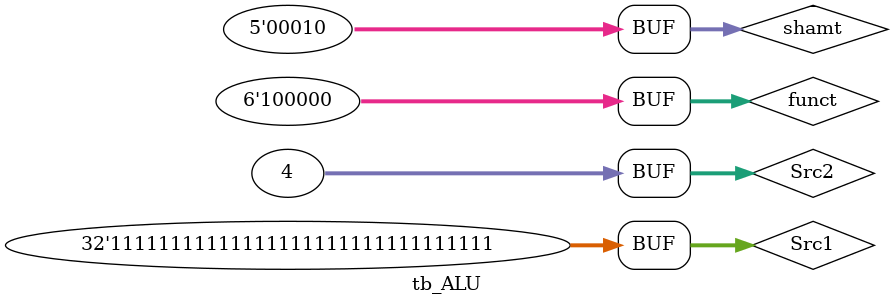
<source format=v>
`timescale 1ns/ 1ps
module tb_ALU;
// inputs
reg [31:0] Src1;
reg [31:0] Src2;
reg [5:0] funct;
reg [4:0] shamt;

// Outputs
wire [31:0]result;
wire zero;
wire carry;

ALU uut(
    .Src1(Src1),
    .Src2(Src2),
    .funct(funct),
    .shamt(shamt),
    .result(result),
    .zero(zero),
    .carry(carry)
);

initial begin
  Src1 = 0;
  Src2 = 0;
  funct = 0;
  shamt = 0;

#10 
Src1 = 32'd7;
Src2 = 32'd6;
funct = 6'd27;
// 7 + 6 = 13




#10 
funct = 6'd28;
// 7 - 6 = 1

#10 
funct = 6'd29;
// 7 and 6 = 6

#10 
funct = 6'd30;
// 7 or 6 = 7

#10 
funct = 6'd31;
shamt = 5'd3;
// 7 >> 3 = 0
// carry = 1

#10 
funct = 6'd32;
// 7 << 3 = 56


// test carry
#20;
Src1 = 32'd4294967295;
Src2 = 32'd3;
funct = 6'd27;
// 4294967295 + 3 = 2
// carry = 1

#10;
Src1 = 32'd3;
Src2 = 32'd4;
funct = 6'd28;
// 3-4 = -1 = 4294967295
// carry = 1

#10;
Src1 = 32'd4294967295;
shamt = 32'd2;
funct = 6'd32;
//  4294967295 << 2 = 4294967292
// carry = 1


#10;

end
endmodule

</source>
